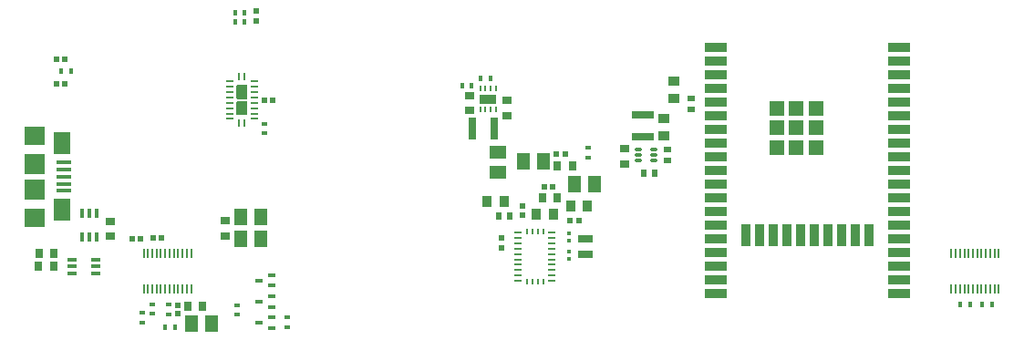
<source format=gtp>
G04*
G04 #@! TF.GenerationSoftware,Altium Limited,Altium Designer,20.0.13 (296)*
G04*
G04 Layer_Color=8421504*
%FSLAX44Y44*%
%MOMM*%
G71*
G01*
G75*
%ADD14R,0.9000X1.0000*%
%ADD15R,0.5500X0.4500*%
%ADD16R,0.4500X0.5500*%
%ADD17R,0.7100X0.3000*%
%ADD18R,0.5200X0.5200*%
%ADD19R,0.3500X0.8500*%
%ADD20R,0.8500X0.3500*%
%ADD21R,0.6500X0.5500*%
%ADD22R,1.0000X0.9000*%
%ADD23R,0.6200X0.6200*%
%ADD24R,1.4000X0.7500*%
%ADD25R,0.5500X0.6500*%
%ADD26R,0.6200X0.6200*%
%ADD27R,0.2500X0.5750*%
%ADD28R,0.6750X0.2500*%
%ADD29R,0.4200X0.4600*%
G04:AMPARAMS|DCode=30|XSize=0.25mm|YSize=0.6mm|CornerRadius=0.025mm|HoleSize=0mm|Usage=FLASHONLY|Rotation=270.000|XOffset=0mm|YOffset=0mm|HoleType=Round|Shape=RoundedRectangle|*
%AMROUNDEDRECTD30*
21,1,0.2500,0.5500,0,0,270.0*
21,1,0.2000,0.6000,0,0,270.0*
1,1,0.0500,-0.2750,-0.1000*
1,1,0.0500,-0.2750,0.1000*
1,1,0.0500,0.2750,0.1000*
1,1,0.0500,0.2750,-0.1000*
%
%ADD30ROUNDEDRECTD30*%
G04:AMPARAMS|DCode=31|XSize=0.25mm|YSize=0.6mm|CornerRadius=0.025mm|HoleSize=0mm|Usage=FLASHONLY|Rotation=180.000|XOffset=0mm|YOffset=0mm|HoleType=Round|Shape=RoundedRectangle|*
%AMROUNDEDRECTD31*
21,1,0.2500,0.5500,0,0,180.0*
21,1,0.2000,0.6000,0,0,180.0*
1,1,0.0500,-0.1000,0.2750*
1,1,0.0500,0.1000,0.2750*
1,1,0.0500,0.1000,-0.2750*
1,1,0.0500,-0.1000,-0.2750*
%
%ADD31ROUNDEDRECTD31*%
%ADD32R,1.6000X2.1000*%
%ADD33R,1.3500X0.4000*%
%ADD34R,1.9000X1.8000*%
%ADD35R,1.9000X1.9000*%
%ADD36R,0.2300X0.9200*%
%ADD37R,0.7000X0.9000*%
%ADD38R,0.5200X0.5200*%
%ADD39R,0.9000X0.7000*%
%ADD40R,2.0000X0.8000*%
G04:AMPARAMS|DCode=41|XSize=0.3mm|YSize=0.67mm|CornerRadius=0.0495mm|HoleSize=0mm|Usage=FLASHONLY|Rotation=270.000|XOffset=0mm|YOffset=0mm|HoleType=Round|Shape=RoundedRectangle|*
%AMROUNDEDRECTD41*
21,1,0.3000,0.5710,0,0,270.0*
21,1,0.2010,0.6700,0,0,270.0*
1,1,0.0990,-0.2855,-0.1005*
1,1,0.0990,-0.2855,0.1005*
1,1,0.0990,0.2855,0.1005*
1,1,0.0990,0.2855,-0.1005*
%
%ADD41ROUNDEDRECTD41*%
%ADD42R,1.3000X1.5000*%
%ADD43R,1.5000X1.3000*%
%ADD44R,0.2800X0.5000*%
%ADD45R,1.6000X0.9000*%
%ADD46R,0.8000X2.0000*%
%ADD47R,1.3300X1.3300*%
%ADD48R,0.9000X2.0000*%
%ADD49R,2.0000X0.9000*%
G36*
X-300714Y-69218D02*
Y-69416D01*
X-300866Y-69784D01*
X-301147Y-70065D01*
X-301515Y-70217D01*
X-301714D01*
D01*
X-309714D01*
X-309913D01*
X-310280Y-70065D01*
X-310562Y-69784D01*
X-310714Y-69416D01*
Y-69218D01*
D01*
Y-58218D01*
Y-58019D01*
X-310562Y-57651D01*
X-310280Y-57370D01*
X-309913Y-57217D01*
X-309714D01*
D01*
X-301714D01*
X-301515D01*
X-301147Y-57370D01*
X-300866Y-57651D01*
X-300714Y-58019D01*
Y-58218D01*
D01*
Y-69218D01*
D02*
G37*
G36*
X-310714Y-43218D02*
Y-43019D01*
X-310562Y-42651D01*
X-310280Y-42370D01*
X-309913Y-42217D01*
X-309714D01*
D01*
X-301714D01*
X-301515D01*
X-301147Y-42370D01*
X-300866Y-42651D01*
X-300714Y-43019D01*
Y-43218D01*
D01*
Y-54218D01*
Y-54416D01*
X-300866Y-54784D01*
X-301147Y-55065D01*
X-301515Y-55217D01*
X-301714D01*
D01*
X-309714D01*
X-309913D01*
X-310280Y-55065D01*
X-310562Y-54784D01*
X-310714Y-54416D01*
Y-54218D01*
D01*
Y-43218D01*
D02*
G37*
G36*
X197300Y-107000D02*
X184000D01*
Y-93700D01*
X197300D01*
Y-107000D01*
D02*
G37*
G36*
Y-88650D02*
X184000D01*
Y-75350D01*
X197300D01*
Y-88650D01*
D02*
G37*
G36*
Y-70300D02*
X184000D01*
Y-57000D01*
X197300D01*
Y-70300D01*
D02*
G37*
G36*
X234000D02*
X220700D01*
Y-57000D01*
X234000D01*
Y-70300D01*
D02*
G37*
G36*
X215650D02*
X202350D01*
Y-57000D01*
X215650D01*
Y-70300D01*
D02*
G37*
G36*
X234000Y-88650D02*
X220700D01*
Y-75350D01*
X234000D01*
Y-88650D01*
D02*
G37*
G36*
X215650D02*
X202350D01*
Y-75350D01*
X215650D01*
Y-88650D01*
D02*
G37*
G36*
X234000Y-107000D02*
X220700D01*
Y-93700D01*
X234000D01*
Y-107000D01*
D02*
G37*
G36*
X215650D02*
X202350D01*
Y-93700D01*
X215650D01*
Y-107000D01*
D02*
G37*
D14*
X-62145Y-150744D02*
D03*
X-78145D02*
D03*
X-16319Y-162022D02*
D03*
X-32318D02*
D03*
X15202Y-154569D02*
D03*
X-798D02*
D03*
D15*
X-263306Y-258139D02*
D03*
Y-267139D02*
D03*
X-309859Y-255534D02*
D03*
Y-246534D02*
D03*
X-398513Y-262919D02*
D03*
Y-253919D02*
D03*
X-388912Y-245906D02*
D03*
Y-254906D02*
D03*
X-373789Y-255160D02*
D03*
Y-246160D02*
D03*
X15689Y-100776D02*
D03*
Y-109776D02*
D03*
X-284553Y-78163D02*
D03*
Y-87163D02*
D03*
D16*
X-377080Y-267047D02*
D03*
X-368080D02*
D03*
X390635Y-245821D02*
D03*
X381635D02*
D03*
X-312099Y16197D02*
D03*
X-303099D02*
D03*
X-312099Y25198D02*
D03*
X-303099D02*
D03*
X-473351Y-29560D02*
D03*
X-464351D02*
D03*
X361027Y-246226D02*
D03*
X370027D02*
D03*
X-84304Y-35754D02*
D03*
X-75304D02*
D03*
X-101405Y-42750D02*
D03*
X-92406D02*
D03*
D17*
X-290108Y-263079D02*
D03*
X-277908Y-258079D02*
D03*
Y-268079D02*
D03*
X-277773Y-228713D02*
D03*
Y-218713D02*
D03*
X-289973Y-223713D02*
D03*
X-277773Y-248328D02*
D03*
Y-238328D02*
D03*
X-289973Y-243328D02*
D03*
D18*
X-365201Y-254544D02*
D03*
Y-246544D02*
D03*
D19*
X-440866Y-161591D02*
D03*
X-447366D02*
D03*
X-453866D02*
D03*
Y-183591D02*
D03*
X-447366D02*
D03*
X-440866D02*
D03*
D20*
X-441452Y-217219D02*
D03*
Y-210719D02*
D03*
Y-204219D02*
D03*
X-463452D02*
D03*
Y-210719D02*
D03*
Y-217219D02*
D03*
D21*
X111000Y-65000D02*
D03*
Y-55000D02*
D03*
X89625Y-102341D02*
D03*
Y-112341D02*
D03*
D22*
X95000Y-55000D02*
D03*
Y-39000D02*
D03*
X86371Y-73119D02*
D03*
Y-89119D02*
D03*
D23*
X-64796Y-193217D02*
D03*
Y-184217D02*
D03*
X-45685Y-154434D02*
D03*
Y-163434D02*
D03*
X-292648Y26309D02*
D03*
Y17308D02*
D03*
D24*
X13219Y-185017D02*
D03*
Y-199617D02*
D03*
D25*
X-67353Y-164009D02*
D03*
X-57353D02*
D03*
X77313Y-124134D02*
D03*
X67313D02*
D03*
D26*
X7461Y-168292D02*
D03*
X-1539D02*
D03*
D27*
X-41007Y-178617D02*
D03*
X-36007D02*
D03*
X-31007D02*
D03*
X-26007D02*
D03*
Y-224867D02*
D03*
X-31007D02*
D03*
X-36007D02*
D03*
X-41007D02*
D03*
D28*
X-49132Y-224242D02*
D03*
Y-219242D02*
D03*
Y-214242D02*
D03*
Y-209242D02*
D03*
Y-204242D02*
D03*
Y-199242D02*
D03*
Y-194242D02*
D03*
Y-189242D02*
D03*
Y-184242D02*
D03*
Y-179242D02*
D03*
X-17882Y-184242D02*
D03*
Y-189242D02*
D03*
Y-194242D02*
D03*
Y-199242D02*
D03*
Y-204242D02*
D03*
Y-209242D02*
D03*
Y-214242D02*
D03*
Y-219242D02*
D03*
Y-224242D02*
D03*
Y-179242D02*
D03*
D29*
X-2031Y-180267D02*
D03*
Y-186867D02*
D03*
X-2031Y-203867D02*
D03*
Y-197267D02*
D03*
D30*
X-317214Y-68717D02*
D03*
Y-73717D02*
D03*
Y-48718D02*
D03*
Y-53717D02*
D03*
Y-58717D02*
D03*
Y-63717D02*
D03*
Y-38718D02*
D03*
Y-43718D02*
D03*
X-294214Y-38718D02*
D03*
Y-53717D02*
D03*
Y-58717D02*
D03*
Y-73717D02*
D03*
Y-48718D02*
D03*
Y-43718D02*
D03*
Y-68717D02*
D03*
Y-63717D02*
D03*
D31*
X-303214Y-77717D02*
D03*
X-308214D02*
D03*
Y-34718D02*
D03*
X-303214D02*
D03*
D32*
X-472760Y-158407D02*
D03*
Y-96406D02*
D03*
D33*
X-471511Y-140407D02*
D03*
Y-133906D02*
D03*
Y-114406D02*
D03*
Y-120907D02*
D03*
Y-127407D02*
D03*
D34*
X-498260Y-89407D02*
D03*
Y-165406D02*
D03*
D35*
Y-115407D02*
D03*
Y-139407D02*
D03*
D36*
X-397000Y-198600D02*
D03*
X-393000D02*
D03*
X-389000D02*
D03*
X-385000D02*
D03*
X-381000D02*
D03*
X-377000D02*
D03*
X-373000D02*
D03*
X-369000D02*
D03*
X-365000D02*
D03*
X-361000D02*
D03*
X-357000D02*
D03*
X-353000D02*
D03*
Y-231400D02*
D03*
X-357000D02*
D03*
X-361000D02*
D03*
X-365000D02*
D03*
X-369000D02*
D03*
X-373000D02*
D03*
X-377000D02*
D03*
X-393000D02*
D03*
X-397000D02*
D03*
X-381000D02*
D03*
X-385000D02*
D03*
X-389000D02*
D03*
X353000Y-198600D02*
D03*
X357000D02*
D03*
X361000D02*
D03*
X365000D02*
D03*
X369000D02*
D03*
X373000D02*
D03*
X377000D02*
D03*
X381000D02*
D03*
X385000D02*
D03*
X389000D02*
D03*
X393000D02*
D03*
X397000D02*
D03*
Y-231400D02*
D03*
X393000D02*
D03*
X389000D02*
D03*
X385000D02*
D03*
X381000D02*
D03*
X377000D02*
D03*
X373000D02*
D03*
X357000D02*
D03*
X353000D02*
D03*
X369000D02*
D03*
X365000D02*
D03*
X361000D02*
D03*
D37*
X-494493Y-210213D02*
D03*
X-480493D02*
D03*
X-494281Y-198361D02*
D03*
X-480280D02*
D03*
X-356042Y-248075D02*
D03*
X-342042D02*
D03*
X-13044Y-117192D02*
D03*
X956D02*
D03*
X-13000Y-147000D02*
D03*
X-27000D02*
D03*
D38*
X-470221Y-41481D02*
D03*
X-478221D02*
D03*
X-470221Y-18013D02*
D03*
X-478221D02*
D03*
X-285066Y-56278D02*
D03*
X-277066D02*
D03*
X-407677Y-184811D02*
D03*
X-399677D02*
D03*
X-380135Y-184649D02*
D03*
X-388135D02*
D03*
X-5594Y-106542D02*
D03*
X-13594D02*
D03*
X-25000Y-137000D02*
D03*
X-17000D02*
D03*
D39*
X49633Y-101380D02*
D03*
Y-115380D02*
D03*
X-428360Y-182896D02*
D03*
Y-168897D02*
D03*
X-321040Y-182602D02*
D03*
Y-168602D02*
D03*
X-94537Y-65830D02*
D03*
Y-51830D02*
D03*
X-59750Y-56674D02*
D03*
Y-70674D02*
D03*
D40*
X66115Y-70228D02*
D03*
Y-90228D02*
D03*
D41*
X62236Y-112347D02*
D03*
Y-102347D02*
D03*
X77036D02*
D03*
Y-107347D02*
D03*
Y-112347D02*
D03*
X62236Y-107347D02*
D03*
D42*
X-288164Y-185192D02*
D03*
X-307164D02*
D03*
X-288128Y-164648D02*
D03*
X-307128D02*
D03*
X-333913Y-264078D02*
D03*
X-352913D02*
D03*
X21942Y-134613D02*
D03*
X2942D02*
D03*
X-44720Y-113234D02*
D03*
X-25720D02*
D03*
D43*
X-68223Y-104331D02*
D03*
Y-123331D02*
D03*
D44*
X-84591Y-64819D02*
D03*
X-79591D02*
D03*
X-74591D02*
D03*
X-69591D02*
D03*
X-84591Y-45819D02*
D03*
X-79591D02*
D03*
X-74591D02*
D03*
X-69591D02*
D03*
D45*
X-77091Y-55319D02*
D03*
D46*
X-91644Y-82725D02*
D03*
X-71644D02*
D03*
D47*
X209000Y-100350D02*
D03*
X190650D02*
D03*
X227350Y-82000D02*
D03*
X209000D02*
D03*
X190650D02*
D03*
X227350Y-63650D02*
D03*
X209000D02*
D03*
X190650D02*
D03*
X227350Y-100350D02*
D03*
D48*
X276150Y-182100D02*
D03*
X263450D02*
D03*
X250750D02*
D03*
X238050D02*
D03*
X225350D02*
D03*
X212650D02*
D03*
X199950D02*
D03*
X187250D02*
D03*
X174550D02*
D03*
X161850D02*
D03*
D49*
X134000Y-172100D02*
D03*
Y-159400D02*
D03*
Y-146700D02*
D03*
Y-134000D02*
D03*
Y-121300D02*
D03*
Y-108600D02*
D03*
Y-95900D02*
D03*
Y-83200D02*
D03*
Y-70500D02*
D03*
Y-57800D02*
D03*
Y-45100D02*
D03*
Y-32400D02*
D03*
Y-19700D02*
D03*
Y-7000D02*
D03*
X304000D02*
D03*
Y-19700D02*
D03*
Y-32400D02*
D03*
Y-45100D02*
D03*
Y-57800D02*
D03*
Y-70500D02*
D03*
Y-83200D02*
D03*
Y-95900D02*
D03*
Y-108600D02*
D03*
Y-121300D02*
D03*
Y-134000D02*
D03*
Y-146700D02*
D03*
Y-159400D02*
D03*
Y-172100D02*
D03*
Y-197500D02*
D03*
Y-210200D02*
D03*
Y-222900D02*
D03*
Y-235600D02*
D03*
X134000D02*
D03*
Y-222900D02*
D03*
Y-210200D02*
D03*
Y-197500D02*
D03*
Y-184800D02*
D03*
X304000D02*
D03*
M02*

</source>
